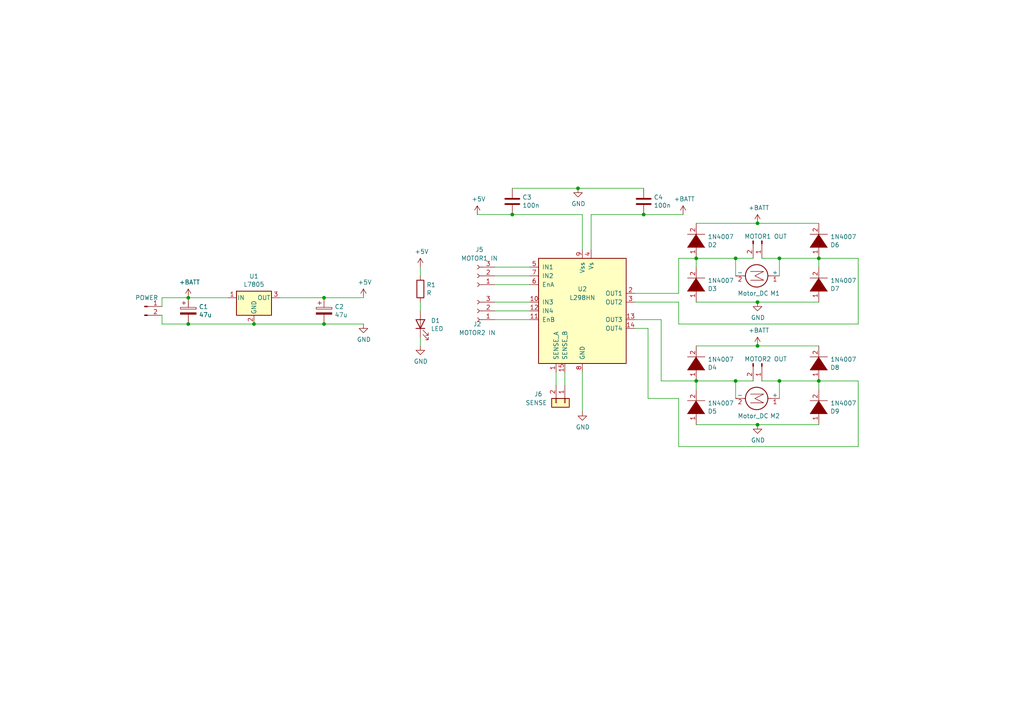
<source format=kicad_sch>
(kicad_sch (version 20230121) (generator eeschema)

  (uuid 1e646aaf-0d42-4356-9cba-44a6f12709ca)

  (paper "A4")

  (title_block
    (title "L298 Motor Driver Module")
    (date "2020-05-10")
    (rev "V1.0")
    (company "www.ArnabKumarDas.com")
    (comment 1 "Open Source Hardware")
  )

  (lib_symbols
    (symbol "Connector:Conn_01x02_Pin" (pin_names (offset 1.016) hide) (in_bom yes) (on_board yes)
      (property "Reference" "J" (at 0 2.54 0)
        (effects (font (size 1.27 1.27)))
      )
      (property "Value" "Conn_01x02_Pin" (at 0 -5.08 0)
        (effects (font (size 1.27 1.27)))
      )
      (property "Footprint" "" (at 0 0 0)
        (effects (font (size 1.27 1.27)) hide)
      )
      (property "Datasheet" "~" (at 0 0 0)
        (effects (font (size 1.27 1.27)) hide)
      )
      (property "ki_locked" "" (at 0 0 0)
        (effects (font (size 1.27 1.27)))
      )
      (property "ki_keywords" "connector" (at 0 0 0)
        (effects (font (size 1.27 1.27)) hide)
      )
      (property "ki_description" "Generic connector, single row, 01x02, script generated" (at 0 0 0)
        (effects (font (size 1.27 1.27)) hide)
      )
      (property "ki_fp_filters" "Connector*:*_1x??_*" (at 0 0 0)
        (effects (font (size 1.27 1.27)) hide)
      )
      (symbol "Conn_01x02_Pin_1_1"
        (polyline
          (pts
            (xy 1.27 -2.54)
            (xy 0.8636 -2.54)
          )
          (stroke (width 0.1524) (type default))
          (fill (type none))
        )
        (polyline
          (pts
            (xy 1.27 0)
            (xy 0.8636 0)
          )
          (stroke (width 0.1524) (type default))
          (fill (type none))
        )
        (rectangle (start 0.8636 -2.413) (end 0 -2.667)
          (stroke (width 0.1524) (type default))
          (fill (type outline))
        )
        (rectangle (start 0.8636 0.127) (end 0 -0.127)
          (stroke (width 0.1524) (type default))
          (fill (type outline))
        )
        (pin passive line (at 5.08 0 180) (length 3.81)
          (name "Pin_1" (effects (font (size 1.27 1.27))))
          (number "1" (effects (font (size 1.27 1.27))))
        )
        (pin passive line (at 5.08 -2.54 180) (length 3.81)
          (name "Pin_2" (effects (font (size 1.27 1.27))))
          (number "2" (effects (font (size 1.27 1.27))))
        )
      )
    )
    (symbol "Connector:Conn_01x03_Socket" (pin_names (offset 1.016) hide) (in_bom yes) (on_board yes)
      (property "Reference" "J" (at 0 5.08 0)
        (effects (font (size 1.27 1.27)))
      )
      (property "Value" "Conn_01x03_Socket" (at 0 -5.08 0)
        (effects (font (size 1.27 1.27)))
      )
      (property "Footprint" "" (at 0 0 0)
        (effects (font (size 1.27 1.27)) hide)
      )
      (property "Datasheet" "~" (at 0 0 0)
        (effects (font (size 1.27 1.27)) hide)
      )
      (property "ki_locked" "" (at 0 0 0)
        (effects (font (size 1.27 1.27)))
      )
      (property "ki_keywords" "connector" (at 0 0 0)
        (effects (font (size 1.27 1.27)) hide)
      )
      (property "ki_description" "Generic connector, single row, 01x03, script generated" (at 0 0 0)
        (effects (font (size 1.27 1.27)) hide)
      )
      (property "ki_fp_filters" "Connector*:*_1x??_*" (at 0 0 0)
        (effects (font (size 1.27 1.27)) hide)
      )
      (symbol "Conn_01x03_Socket_1_1"
        (arc (start 0 -2.032) (mid -0.5058 -2.54) (end 0 -3.048)
          (stroke (width 0.1524) (type default))
          (fill (type none))
        )
        (polyline
          (pts
            (xy -1.27 -2.54)
            (xy -0.508 -2.54)
          )
          (stroke (width 0.1524) (type default))
          (fill (type none))
        )
        (polyline
          (pts
            (xy -1.27 0)
            (xy -0.508 0)
          )
          (stroke (width 0.1524) (type default))
          (fill (type none))
        )
        (polyline
          (pts
            (xy -1.27 2.54)
            (xy -0.508 2.54)
          )
          (stroke (width 0.1524) (type default))
          (fill (type none))
        )
        (arc (start 0 0.508) (mid -0.5058 0) (end 0 -0.508)
          (stroke (width 0.1524) (type default))
          (fill (type none))
        )
        (arc (start 0 3.048) (mid -0.5058 2.54) (end 0 2.032)
          (stroke (width 0.1524) (type default))
          (fill (type none))
        )
        (pin passive line (at -5.08 2.54 0) (length 3.81)
          (name "Pin_1" (effects (font (size 1.27 1.27))))
          (number "1" (effects (font (size 1.27 1.27))))
        )
        (pin passive line (at -5.08 0 0) (length 3.81)
          (name "Pin_2" (effects (font (size 1.27 1.27))))
          (number "2" (effects (font (size 1.27 1.27))))
        )
        (pin passive line (at -5.08 -2.54 0) (length 3.81)
          (name "Pin_3" (effects (font (size 1.27 1.27))))
          (number "3" (effects (font (size 1.27 1.27))))
        )
      )
    )
    (symbol "Connector_Generic:Conn_01x02" (pin_names (offset 1.016) hide) (in_bom yes) (on_board yes)
      (property "Reference" "J" (at 0 2.54 0)
        (effects (font (size 1.27 1.27)))
      )
      (property "Value" "Conn_01x02" (at 0 -5.08 0)
        (effects (font (size 1.27 1.27)))
      )
      (property "Footprint" "" (at 0 0 0)
        (effects (font (size 1.27 1.27)) hide)
      )
      (property "Datasheet" "~" (at 0 0 0)
        (effects (font (size 1.27 1.27)) hide)
      )
      (property "ki_keywords" "connector" (at 0 0 0)
        (effects (font (size 1.27 1.27)) hide)
      )
      (property "ki_description" "Generic connector, single row, 01x02, script generated (kicad-library-utils/schlib/autogen/connector/)" (at 0 0 0)
        (effects (font (size 1.27 1.27)) hide)
      )
      (property "ki_fp_filters" "Connector*:*_1x??_*" (at 0 0 0)
        (effects (font (size 1.27 1.27)) hide)
      )
      (symbol "Conn_01x02_1_1"
        (rectangle (start -1.27 -2.413) (end 0 -2.667)
          (stroke (width 0.1524) (type default))
          (fill (type none))
        )
        (rectangle (start -1.27 0.127) (end 0 -0.127)
          (stroke (width 0.1524) (type default))
          (fill (type none))
        )
        (rectangle (start -1.27 1.27) (end 1.27 -3.81)
          (stroke (width 0.254) (type default))
          (fill (type background))
        )
        (pin passive line (at -5.08 0 0) (length 3.81)
          (name "Pin_1" (effects (font (size 1.27 1.27))))
          (number "1" (effects (font (size 1.27 1.27))))
        )
        (pin passive line (at -5.08 -2.54 0) (length 3.81)
          (name "Pin_2" (effects (font (size 1.27 1.27))))
          (number "2" (effects (font (size 1.27 1.27))))
        )
      )
    )
    (symbol "Device:C" (pin_numbers hide) (pin_names (offset 0.254)) (in_bom yes) (on_board yes)
      (property "Reference" "C" (at 0.635 2.54 0)
        (effects (font (size 1.27 1.27)) (justify left))
      )
      (property "Value" "C" (at 0.635 -2.54 0)
        (effects (font (size 1.27 1.27)) (justify left))
      )
      (property "Footprint" "" (at 0.9652 -3.81 0)
        (effects (font (size 1.27 1.27)) hide)
      )
      (property "Datasheet" "~" (at 0 0 0)
        (effects (font (size 1.27 1.27)) hide)
      )
      (property "ki_keywords" "cap capacitor" (at 0 0 0)
        (effects (font (size 1.27 1.27)) hide)
      )
      (property "ki_description" "Unpolarized capacitor" (at 0 0 0)
        (effects (font (size 1.27 1.27)) hide)
      )
      (property "ki_fp_filters" "C_*" (at 0 0 0)
        (effects (font (size 1.27 1.27)) hide)
      )
      (symbol "C_0_1"
        (polyline
          (pts
            (xy -2.032 -0.762)
            (xy 2.032 -0.762)
          )
          (stroke (width 0.508) (type default))
          (fill (type none))
        )
        (polyline
          (pts
            (xy -2.032 0.762)
            (xy 2.032 0.762)
          )
          (stroke (width 0.508) (type default))
          (fill (type none))
        )
      )
      (symbol "C_1_1"
        (pin passive line (at 0 3.81 270) (length 2.794)
          (name "~" (effects (font (size 1.27 1.27))))
          (number "1" (effects (font (size 1.27 1.27))))
        )
        (pin passive line (at 0 -3.81 90) (length 2.794)
          (name "~" (effects (font (size 1.27 1.27))))
          (number "2" (effects (font (size 1.27 1.27))))
        )
      )
    )
    (symbol "Device:CP" (pin_numbers hide) (pin_names (offset 0.254)) (in_bom yes) (on_board yes)
      (property "Reference" "C" (at 0.635 2.54 0)
        (effects (font (size 1.27 1.27)) (justify left))
      )
      (property "Value" "Device_CP" (at 0.635 -2.54 0)
        (effects (font (size 1.27 1.27)) (justify left))
      )
      (property "Footprint" "" (at 0.9652 -3.81 0)
        (effects (font (size 1.27 1.27)) hide)
      )
      (property "Datasheet" "" (at 0 0 0)
        (effects (font (size 1.27 1.27)) hide)
      )
      (property "ki_fp_filters" "CP_*" (at 0 0 0)
        (effects (font (size 1.27 1.27)) hide)
      )
      (symbol "CP_0_1"
        (rectangle (start -2.286 0.508) (end 2.286 1.016)
          (stroke (width 0) (type solid))
          (fill (type none))
        )
        (polyline
          (pts
            (xy -1.778 2.286)
            (xy -0.762 2.286)
          )
          (stroke (width 0) (type solid))
          (fill (type none))
        )
        (polyline
          (pts
            (xy -1.27 2.794)
            (xy -1.27 1.778)
          )
          (stroke (width 0) (type solid))
          (fill (type none))
        )
        (rectangle (start 2.286 -0.508) (end -2.286 -1.016)
          (stroke (width 0) (type solid))
          (fill (type outline))
        )
      )
      (symbol "CP_1_1"
        (pin passive line (at 0 3.81 270) (length 2.794)
          (name "~" (effects (font (size 1.27 1.27))))
          (number "1" (effects (font (size 1.27 1.27))))
        )
        (pin passive line (at 0 -3.81 90) (length 2.794)
          (name "~" (effects (font (size 1.27 1.27))))
          (number "2" (effects (font (size 1.27 1.27))))
        )
      )
    )
    (symbol "Device:LED" (pin_numbers hide) (pin_names (offset 1.016) hide) (in_bom yes) (on_board yes)
      (property "Reference" "D" (at 0 2.54 0)
        (effects (font (size 1.27 1.27)))
      )
      (property "Value" "LED" (at 0 -2.54 0)
        (effects (font (size 1.27 1.27)))
      )
      (property "Footprint" "" (at 0 0 0)
        (effects (font (size 1.27 1.27)) hide)
      )
      (property "Datasheet" "~" (at 0 0 0)
        (effects (font (size 1.27 1.27)) hide)
      )
      (property "ki_keywords" "LED diode" (at 0 0 0)
        (effects (font (size 1.27 1.27)) hide)
      )
      (property "ki_description" "Light emitting diode" (at 0 0 0)
        (effects (font (size 1.27 1.27)) hide)
      )
      (property "ki_fp_filters" "LED* LED_SMD:* LED_THT:*" (at 0 0 0)
        (effects (font (size 1.27 1.27)) hide)
      )
      (symbol "LED_0_1"
        (polyline
          (pts
            (xy -1.27 -1.27)
            (xy -1.27 1.27)
          )
          (stroke (width 0.254) (type default))
          (fill (type none))
        )
        (polyline
          (pts
            (xy -1.27 0)
            (xy 1.27 0)
          )
          (stroke (width 0) (type default))
          (fill (type none))
        )
        (polyline
          (pts
            (xy 1.27 -1.27)
            (xy 1.27 1.27)
            (xy -1.27 0)
            (xy 1.27 -1.27)
          )
          (stroke (width 0.254) (type default))
          (fill (type none))
        )
        (polyline
          (pts
            (xy -3.048 -0.762)
            (xy -4.572 -2.286)
            (xy -3.81 -2.286)
            (xy -4.572 -2.286)
            (xy -4.572 -1.524)
          )
          (stroke (width 0) (type default))
          (fill (type none))
        )
        (polyline
          (pts
            (xy -1.778 -0.762)
            (xy -3.302 -2.286)
            (xy -2.54 -2.286)
            (xy -3.302 -2.286)
            (xy -3.302 -1.524)
          )
          (stroke (width 0) (type default))
          (fill (type none))
        )
      )
      (symbol "LED_1_1"
        (pin passive line (at -3.81 0 0) (length 2.54)
          (name "K" (effects (font (size 1.27 1.27))))
          (number "1" (effects (font (size 1.27 1.27))))
        )
        (pin passive line (at 3.81 0 180) (length 2.54)
          (name "A" (effects (font (size 1.27 1.27))))
          (number "2" (effects (font (size 1.27 1.27))))
        )
      )
    )
    (symbol "Device:R" (pin_numbers hide) (pin_names (offset 0)) (in_bom yes) (on_board yes)
      (property "Reference" "R" (at 2.032 0 90)
        (effects (font (size 1.27 1.27)))
      )
      (property "Value" "R" (at 0 0 90)
        (effects (font (size 1.27 1.27)))
      )
      (property "Footprint" "" (at -1.778 0 90)
        (effects (font (size 1.27 1.27)) hide)
      )
      (property "Datasheet" "~" (at 0 0 0)
        (effects (font (size 1.27 1.27)) hide)
      )
      (property "ki_keywords" "R res resistor" (at 0 0 0)
        (effects (font (size 1.27 1.27)) hide)
      )
      (property "ki_description" "Resistor" (at 0 0 0)
        (effects (font (size 1.27 1.27)) hide)
      )
      (property "ki_fp_filters" "R_*" (at 0 0 0)
        (effects (font (size 1.27 1.27)) hide)
      )
      (symbol "R_0_1"
        (rectangle (start -1.016 -2.54) (end 1.016 2.54)
          (stroke (width 0.254) (type default))
          (fill (type none))
        )
      )
      (symbol "R_1_1"
        (pin passive line (at 0 3.81 270) (length 1.27)
          (name "~" (effects (font (size 1.27 1.27))))
          (number "1" (effects (font (size 1.27 1.27))))
        )
        (pin passive line (at 0 -3.81 90) (length 1.27)
          (name "~" (effects (font (size 1.27 1.27))))
          (number "2" (effects (font (size 1.27 1.27))))
        )
      )
    )
    (symbol "Driver_Motor:L298HN" (pin_names (offset 1.016)) (in_bom yes) (on_board yes)
      (property "Reference" "U" (at -10.16 16.51 0)
        (effects (font (size 1.27 1.27)) (justify right))
      )
      (property "Value" "L298HN" (at 12.7 16.51 0)
        (effects (font (size 1.27 1.27)) (justify right))
      )
      (property "Footprint" "Package_TO_SOT_THT:TO-220-15_P2.54x2.54mm_StaggerOdd_Lead5.84mm_TabDown" (at 1.27 -16.51 0)
        (effects (font (size 1.27 1.27)) (justify left) hide)
      )
      (property "Datasheet" "http://www.st.com/st-web-ui/static/active/en/resource/technical/document/datasheet/CD00000240.pdf" (at 3.81 6.35 0)
        (effects (font (size 1.27 1.27)) hide)
      )
      (property "ki_keywords" "H-bridge motor driver" (at 0 0 0)
        (effects (font (size 1.27 1.27)) hide)
      )
      (property "ki_description" "Dual full bridge motor driver, up to 46V, 4A, Multiwatt15-H" (at 0 0 0)
        (effects (font (size 1.27 1.27)) hide)
      )
      (property "ki_fp_filters" "TO?220*StaggerOdd*TabDown*" (at 0 0 0)
        (effects (font (size 1.27 1.27)) hide)
      )
      (symbol "L298HN_0_1"
        (rectangle (start -12.7 15.24) (end 12.7 -15.24)
          (stroke (width 0.254) (type default))
          (fill (type background))
        )
      )
      (symbol "L298HN_1_1"
        (pin power_in line (at -7.62 -17.78 90) (length 2.54)
          (name "SENSE_A" (effects (font (size 1.27 1.27))))
          (number "1" (effects (font (size 1.27 1.27))))
        )
        (pin input line (at -15.24 2.54 0) (length 2.54)
          (name "IN3" (effects (font (size 1.27 1.27))))
          (number "10" (effects (font (size 1.27 1.27))))
        )
        (pin input line (at -15.24 -2.54 0) (length 2.54)
          (name "EnB" (effects (font (size 1.27 1.27))))
          (number "11" (effects (font (size 1.27 1.27))))
        )
        (pin input line (at -15.24 0 0) (length 2.54)
          (name "IN4" (effects (font (size 1.27 1.27))))
          (number "12" (effects (font (size 1.27 1.27))))
        )
        (pin output line (at 15.24 -2.54 180) (length 2.54)
          (name "OUT3" (effects (font (size 1.27 1.27))))
          (number "13" (effects (font (size 1.27 1.27))))
        )
        (pin output line (at 15.24 -5.08 180) (length 2.54)
          (name "OUT4" (effects (font (size 1.27 1.27))))
          (number "14" (effects (font (size 1.27 1.27))))
        )
        (pin power_in line (at -5.08 -17.78 90) (length 2.54)
          (name "SENSE_B" (effects (font (size 1.27 1.27))))
          (number "15" (effects (font (size 1.27 1.27))))
        )
        (pin output line (at 15.24 5.08 180) (length 2.54)
          (name "OUT1" (effects (font (size 1.27 1.27))))
          (number "2" (effects (font (size 1.27 1.27))))
        )
        (pin output line (at 15.24 2.54 180) (length 2.54)
          (name "OUT2" (effects (font (size 1.27 1.27))))
          (number "3" (effects (font (size 1.27 1.27))))
        )
        (pin power_in line (at 2.54 17.78 270) (length 2.54)
          (name "Vs" (effects (font (size 1.27 1.27))))
          (number "4" (effects (font (size 1.27 1.27))))
        )
        (pin input line (at -15.24 12.7 0) (length 2.54)
          (name "IN1" (effects (font (size 1.27 1.27))))
          (number "5" (effects (font (size 1.27 1.27))))
        )
        (pin input line (at -15.24 7.62 0) (length 2.54)
          (name "EnA" (effects (font (size 1.27 1.27))))
          (number "6" (effects (font (size 1.27 1.27))))
        )
        (pin input line (at -15.24 10.16 0) (length 2.54)
          (name "IN2" (effects (font (size 1.27 1.27))))
          (number "7" (effects (font (size 1.27 1.27))))
        )
        (pin power_in line (at 0 -17.78 90) (length 2.54)
          (name "GND" (effects (font (size 1.27 1.27))))
          (number "8" (effects (font (size 1.27 1.27))))
        )
        (pin power_in line (at 0 17.78 270) (length 2.54)
          (name "Vss" (effects (font (size 1.27 1.27))))
          (number "9" (effects (font (size 1.27 1.27))))
        )
      )
    )
    (symbol "Motor:Motor_DC" (pin_names (offset 0)) (in_bom yes) (on_board yes)
      (property "Reference" "M" (at 2.54 2.54 0)
        (effects (font (size 1.27 1.27)) (justify left))
      )
      (property "Value" "Motor_DC" (at 2.54 -5.08 0)
        (effects (font (size 1.27 1.27)) (justify left top))
      )
      (property "Footprint" "" (at 0 -2.286 0)
        (effects (font (size 1.27 1.27)) hide)
      )
      (property "Datasheet" "~" (at 0 -2.286 0)
        (effects (font (size 1.27 1.27)) hide)
      )
      (property "ki_keywords" "DC Motor" (at 0 0 0)
        (effects (font (size 1.27 1.27)) hide)
      )
      (property "ki_description" "DC Motor" (at 0 0 0)
        (effects (font (size 1.27 1.27)) hide)
      )
      (property "ki_fp_filters" "PinHeader*P2.54mm* TerminalBlock*" (at 0 0 0)
        (effects (font (size 1.27 1.27)) hide)
      )
      (symbol "Motor_DC_0_0"
        (polyline
          (pts
            (xy -1.27 -3.302)
            (xy -1.27 0.508)
            (xy 0 -2.032)
            (xy 1.27 0.508)
            (xy 1.27 -3.302)
          )
          (stroke (width 0) (type default))
          (fill (type none))
        )
      )
      (symbol "Motor_DC_0_1"
        (circle (center 0 -1.524) (radius 3.2512)
          (stroke (width 0.254) (type default))
          (fill (type none))
        )
        (polyline
          (pts
            (xy 0 -7.62)
            (xy 0 -7.112)
          )
          (stroke (width 0) (type default))
          (fill (type none))
        )
        (polyline
          (pts
            (xy 0 -4.7752)
            (xy 0 -5.1816)
          )
          (stroke (width 0) (type default))
          (fill (type none))
        )
        (polyline
          (pts
            (xy 0 1.7272)
            (xy 0 2.0828)
          )
          (stroke (width 0) (type default))
          (fill (type none))
        )
        (polyline
          (pts
            (xy 0 2.032)
            (xy 0 2.54)
          )
          (stroke (width 0) (type default))
          (fill (type none))
        )
      )
      (symbol "Motor_DC_1_1"
        (pin passive line (at 0 5.08 270) (length 2.54)
          (name "+" (effects (font (size 1.27 1.27))))
          (number "1" (effects (font (size 1.27 1.27))))
        )
        (pin passive line (at 0 -7.62 90) (length 2.54)
          (name "-" (effects (font (size 1.27 1.27))))
          (number "2" (effects (font (size 1.27 1.27))))
        )
      )
    )
    (symbol "Regulator_Linear:L7805" (pin_names (offset 0.254)) (in_bom yes) (on_board yes)
      (property "Reference" "U" (at -3.81 3.175 0)
        (effects (font (size 1.27 1.27)))
      )
      (property "Value" "L7805" (at 0 3.175 0)
        (effects (font (size 1.27 1.27)) (justify left))
      )
      (property "Footprint" "" (at 0.635 -3.81 0)
        (effects (font (size 1.27 1.27) italic) (justify left) hide)
      )
      (property "Datasheet" "http://www.st.com/content/ccc/resource/technical/document/datasheet/41/4f/b3/b0/12/d4/47/88/CD00000444.pdf/files/CD00000444.pdf/jcr:content/translations/en.CD00000444.pdf" (at 0 -1.27 0)
        (effects (font (size 1.27 1.27)) hide)
      )
      (property "ki_keywords" "Voltage Regulator 1.5A Positive" (at 0 0 0)
        (effects (font (size 1.27 1.27)) hide)
      )
      (property "ki_description" "Positive 1.5A 35V Linear Regulator, Fixed Output 5V, TO-220/TO-263/TO-252" (at 0 0 0)
        (effects (font (size 1.27 1.27)) hide)
      )
      (property "ki_fp_filters" "TO?252* TO?263* TO?220*" (at 0 0 0)
        (effects (font (size 1.27 1.27)) hide)
      )
      (symbol "L7805_0_1"
        (rectangle (start -5.08 1.905) (end 5.08 -5.08)
          (stroke (width 0.254) (type default))
          (fill (type background))
        )
      )
      (symbol "L7805_1_1"
        (pin power_in line (at -7.62 0 0) (length 2.54)
          (name "IN" (effects (font (size 1.27 1.27))))
          (number "1" (effects (font (size 1.27 1.27))))
        )
        (pin power_in line (at 0 -7.62 90) (length 2.54)
          (name "GND" (effects (font (size 1.27 1.27))))
          (number "2" (effects (font (size 1.27 1.27))))
        )
        (pin power_out line (at 7.62 0 180) (length 2.54)
          (name "OUT" (effects (font (size 1.27 1.27))))
          (number "3" (effects (font (size 1.27 1.27))))
        )
      )
    )
    (symbol "power:+5V" (power) (pin_names (offset 0)) (in_bom yes) (on_board yes)
      (property "Reference" "#PWR" (at 0 -3.81 0)
        (effects (font (size 1.27 1.27)) hide)
      )
      (property "Value" "+5V" (at 0 3.556 0)
        (effects (font (size 1.27 1.27)))
      )
      (property "Footprint" "" (at 0 0 0)
        (effects (font (size 1.27 1.27)) hide)
      )
      (property "Datasheet" "" (at 0 0 0)
        (effects (font (size 1.27 1.27)) hide)
      )
      (property "ki_keywords" "global power" (at 0 0 0)
        (effects (font (size 1.27 1.27)) hide)
      )
      (property "ki_description" "Power symbol creates a global label with name \"+5V\"" (at 0 0 0)
        (effects (font (size 1.27 1.27)) hide)
      )
      (symbol "+5V_0_1"
        (polyline
          (pts
            (xy -0.762 1.27)
            (xy 0 2.54)
          )
          (stroke (width 0) (type default))
          (fill (type none))
        )
        (polyline
          (pts
            (xy 0 0)
            (xy 0 2.54)
          )
          (stroke (width 0) (type default))
          (fill (type none))
        )
        (polyline
          (pts
            (xy 0 2.54)
            (xy 0.762 1.27)
          )
          (stroke (width 0) (type default))
          (fill (type none))
        )
      )
      (symbol "+5V_1_1"
        (pin power_in line (at 0 0 90) (length 0) hide
          (name "+5V" (effects (font (size 1.27 1.27))))
          (number "1" (effects (font (size 1.27 1.27))))
        )
      )
    )
    (symbol "power:+BATT" (power) (pin_names (offset 0)) (in_bom yes) (on_board yes)
      (property "Reference" "#PWR" (at 0 -3.81 0)
        (effects (font (size 1.27 1.27)) hide)
      )
      (property "Value" "+BATT" (at 0 3.556 0)
        (effects (font (size 1.27 1.27)))
      )
      (property "Footprint" "" (at 0 0 0)
        (effects (font (size 1.27 1.27)) hide)
      )
      (property "Datasheet" "" (at 0 0 0)
        (effects (font (size 1.27 1.27)) hide)
      )
      (property "ki_keywords" "global power battery" (at 0 0 0)
        (effects (font (size 1.27 1.27)) hide)
      )
      (property "ki_description" "Power symbol creates a global label with name \"+BATT\"" (at 0 0 0)
        (effects (font (size 1.27 1.27)) hide)
      )
      (symbol "+BATT_0_1"
        (polyline
          (pts
            (xy -0.762 1.27)
            (xy 0 2.54)
          )
          (stroke (width 0) (type default))
          (fill (type none))
        )
        (polyline
          (pts
            (xy 0 0)
            (xy 0 2.54)
          )
          (stroke (width 0) (type default))
          (fill (type none))
        )
        (polyline
          (pts
            (xy 0 2.54)
            (xy 0.762 1.27)
          )
          (stroke (width 0) (type default))
          (fill (type none))
        )
      )
      (symbol "+BATT_1_1"
        (pin power_in line (at 0 0 90) (length 0) hide
          (name "+BATT" (effects (font (size 1.27 1.27))))
          (number "1" (effects (font (size 1.27 1.27))))
        )
      )
    )
    (symbol "power:GND" (power) (pin_names (offset 0)) (in_bom yes) (on_board yes)
      (property "Reference" "#PWR" (at 0 -6.35 0)
        (effects (font (size 1.27 1.27)) hide)
      )
      (property "Value" "GND" (at 0 -3.81 0)
        (effects (font (size 1.27 1.27)))
      )
      (property "Footprint" "" (at 0 0 0)
        (effects (font (size 1.27 1.27)) hide)
      )
      (property "Datasheet" "" (at 0 0 0)
        (effects (font (size 1.27 1.27)) hide)
      )
      (property "ki_keywords" "global power" (at 0 0 0)
        (effects (font (size 1.27 1.27)) hide)
      )
      (property "ki_description" "Power symbol creates a global label with name \"GND\" , ground" (at 0 0 0)
        (effects (font (size 1.27 1.27)) hide)
      )
      (symbol "GND_0_1"
        (polyline
          (pts
            (xy 0 0)
            (xy 0 -1.27)
            (xy 1.27 -1.27)
            (xy 0 -2.54)
            (xy -1.27 -1.27)
            (xy 0 -1.27)
          )
          (stroke (width 0) (type default))
          (fill (type none))
        )
      )
      (symbol "GND_1_1"
        (pin power_in line (at 0 0 270) (length 0) hide
          (name "GND" (effects (font (size 1.27 1.27))))
          (number "1" (effects (font (size 1.27 1.27))))
        )
      )
    )
    (symbol "pspice:DIODE" (pin_names (offset 1.016) hide) (in_bom yes) (on_board yes)
      (property "Reference" "D" (at 0 3.81 0)
        (effects (font (size 1.27 1.27)))
      )
      (property "Value" "pspice_DIODE" (at 0 -4.445 0)
        (effects (font (size 1.27 1.27)))
      )
      (property "Footprint" "" (at 0 0 0)
        (effects (font (size 1.27 1.27)) hide)
      )
      (property "Datasheet" "" (at 0 0 0)
        (effects (font (size 1.27 1.27)) hide)
      )
      (symbol "DIODE_0_1"
        (polyline
          (pts
            (xy 1.905 2.54)
            (xy 1.905 -2.54)
          )
          (stroke (width 0) (type solid))
          (fill (type none))
        )
        (polyline
          (pts
            (xy -1.905 2.54)
            (xy -1.905 -2.54)
            (xy 1.905 0)
          )
          (stroke (width 0) (type solid))
          (fill (type outline))
        )
      )
      (symbol "DIODE_1_1"
        (pin input line (at -5.08 0 0) (length 3.81)
          (name "K" (effects (font (size 1.27 1.27))))
          (number "1" (effects (font (size 1.27 1.27))))
        )
        (pin input line (at 5.08 0 180) (length 3.81)
          (name "A" (effects (font (size 1.27 1.27))))
          (number "2" (effects (font (size 1.27 1.27))))
        )
      )
    )
  )

  (junction (at 201.93 110.49) (diameter 0) (color 0 0 0 0)
    (uuid 00c281a3-76ad-454d-aa24-c290ad722aaa)
  )
  (junction (at 237.49 110.49) (diameter 0) (color 0 0 0 0)
    (uuid 1502141b-2d44-4deb-9b3d-883ccf839f73)
  )
  (junction (at 93.98 86.36) (diameter 0) (color 0 0 0 0)
    (uuid 226fa455-af54-4fba-b4c0-4b0d6b94a982)
  )
  (junction (at 237.49 74.93) (diameter 0) (color 0 0 0 0)
    (uuid 26f8a6f2-850a-4ed7-8f46-1ae0400683d3)
  )
  (junction (at 226.06 110.49) (diameter 0) (color 0 0 0 0)
    (uuid 2f32e36a-f2b3-4a6c-a820-882fbf67c0fd)
  )
  (junction (at 213.36 74.93) (diameter 0) (color 0 0 0 0)
    (uuid 3d9c700b-8f2c-443b-a6e9-0d4effdaf8a7)
  )
  (junction (at 167.64 54.61) (diameter 0) (color 0 0 0 0)
    (uuid 41484f73-8b70-4944-af54-1ea4fb32aae2)
  )
  (junction (at 226.06 74.93) (diameter 0) (color 0 0 0 0)
    (uuid 5b3ac5f9-8d67-4094-8214-8617625d3b33)
  )
  (junction (at 54.61 86.36) (diameter 0) (color 0 0 0 0)
    (uuid 60c27911-1673-4d1e-87e0-ead3e19f55a1)
  )
  (junction (at 148.59 62.23) (diameter 0) (color 0 0 0 0)
    (uuid 642c1f70-e382-4379-ae47-aff3a472fcd6)
  )
  (junction (at 219.71 123.19) (diameter 0) (color 0 0 0 0)
    (uuid 936d7185-8150-48bb-96b7-2b78241bd518)
  )
  (junction (at 201.93 74.93) (diameter 0) (color 0 0 0 0)
    (uuid 93afa9d9-f5f8-45ec-8851-3fc370dcfb79)
  )
  (junction (at 186.69 62.23) (diameter 0) (color 0 0 0 0)
    (uuid a30d2592-16ac-482f-a7eb-8071fe2cf054)
  )
  (junction (at 219.71 87.63) (diameter 0) (color 0 0 0 0)
    (uuid c7d1f622-aa96-4530-8585-75eb9b94e1d5)
  )
  (junction (at 213.36 110.49) (diameter 0) (color 0 0 0 0)
    (uuid cad4e9bc-5438-465b-a545-4ff1a07ae171)
  )
  (junction (at 93.98 93.98) (diameter 0) (color 0 0 0 0)
    (uuid cb542a33-7b47-4c97-9d42-16651d56d18e)
  )
  (junction (at 54.61 93.98) (diameter 0) (color 0 0 0 0)
    (uuid cd0f320b-2db7-4802-98ee-daba158c8d23)
  )
  (junction (at 219.71 64.77) (diameter 0) (color 0 0 0 0)
    (uuid cd1ec915-12b8-4ee0-bd47-bdf48649217b)
  )
  (junction (at 73.66 93.98) (diameter 0) (color 0 0 0 0)
    (uuid e44b3020-cd45-465e-990e-af64826d787c)
  )
  (junction (at 219.71 100.33) (diameter 0) (color 0 0 0 0)
    (uuid e9eab621-f534-4b8e-bf51-a4a1723493cc)
  )

  (wire (pts (xy 46.99 93.98) (xy 54.61 93.98))
    (stroke (width 0) (type default))
    (uuid 007089f8-a3f9-491d-8aa1-afcbbe300cfe)
  )
  (wire (pts (xy 54.61 86.36) (xy 66.04 86.36))
    (stroke (width 0) (type default))
    (uuid 03ef8dbf-22b3-4962-b561-561790248428)
  )
  (wire (pts (xy 196.85 129.54) (xy 248.92 129.54))
    (stroke (width 0) (type default))
    (uuid 0417853f-602f-4093-a689-2bbb778f4c21)
  )
  (wire (pts (xy 186.69 62.23) (xy 198.12 62.23))
    (stroke (width 0) (type default))
    (uuid 05016ead-171c-4e91-8982-af6d4e71d631)
  )
  (wire (pts (xy 237.49 113.03) (xy 237.49 110.49))
    (stroke (width 0) (type default))
    (uuid 0e693e8e-e53b-4bf2-bf49-800782bfcb6e)
  )
  (wire (pts (xy 73.66 93.98) (xy 93.98 93.98))
    (stroke (width 0) (type default))
    (uuid 1492813d-b8bd-4d77-b6f2-cc50b4a3803c)
  )
  (wire (pts (xy 220.98 74.93) (xy 226.06 74.93))
    (stroke (width 0) (type default))
    (uuid 1d75aee2-f99c-436d-b337-22ae2055c01b)
  )
  (wire (pts (xy 219.71 100.33) (xy 237.49 100.33))
    (stroke (width 0) (type default))
    (uuid 2893af7d-4901-4ed4-a64e-20da7513c0a3)
  )
  (wire (pts (xy 201.93 113.03) (xy 201.93 110.49))
    (stroke (width 0) (type default))
    (uuid 2961113e-02d2-4c49-a41a-e62cc3b60574)
  )
  (wire (pts (xy 226.06 110.49) (xy 237.49 110.49))
    (stroke (width 0) (type default))
    (uuid 2f2b5df3-445b-449b-be63-86412e53047c)
  )
  (wire (pts (xy 220.98 110.49) (xy 226.06 110.49))
    (stroke (width 0) (type default))
    (uuid 34d8f180-aadb-4a65-a73d-f0dce928889d)
  )
  (wire (pts (xy 213.36 74.93) (xy 218.44 74.93))
    (stroke (width 0) (type default))
    (uuid 365502aa-d1d1-4f9e-b002-10ab2f465097)
  )
  (wire (pts (xy 219.71 64.77) (xy 237.49 64.77))
    (stroke (width 0) (type default))
    (uuid 36d9c30e-a911-4b7c-a967-386dbb85fe82)
  )
  (wire (pts (xy 186.69 54.61) (xy 167.64 54.61))
    (stroke (width 0) (type default))
    (uuid 3702af41-2f9c-4591-8fc2-daab432314a4)
  )
  (wire (pts (xy 226.06 80.01) (xy 226.06 74.93))
    (stroke (width 0) (type default))
    (uuid 44e0b101-d953-4fea-9b0a-a5430ae727e0)
  )
  (wire (pts (xy 93.98 86.36) (xy 105.41 86.36))
    (stroke (width 0) (type default))
    (uuid 48273970-b4c9-4ece-a430-ca7773c5cb45)
  )
  (wire (pts (xy 171.45 72.39) (xy 171.45 62.23))
    (stroke (width 0) (type default))
    (uuid 4fdb8c22-bc3c-4b30-9e16-93c49002efd3)
  )
  (wire (pts (xy 201.93 123.19) (xy 219.71 123.19))
    (stroke (width 0) (type default))
    (uuid 500e8ee4-2d72-424c-ae7b-0a9eb2d89660)
  )
  (wire (pts (xy 237.49 77.47) (xy 237.49 74.93))
    (stroke (width 0) (type default))
    (uuid 51ed24ec-b807-496d-be08-6443aa7b18db)
  )
  (wire (pts (xy 168.91 107.95) (xy 168.91 119.38))
    (stroke (width 0) (type default))
    (uuid 53c1bc58-1487-4f80-a60a-1439b68c4644)
  )
  (wire (pts (xy 201.93 110.49) (xy 213.36 110.49))
    (stroke (width 0) (type default))
    (uuid 54a03252-65c8-404a-96cf-212750257929)
  )
  (wire (pts (xy 219.71 87.63) (xy 237.49 87.63))
    (stroke (width 0) (type default))
    (uuid 59552b67-f8e1-4e7f-b922-fb4394485248)
  )
  (wire (pts (xy 248.92 74.93) (xy 248.92 93.98))
    (stroke (width 0) (type default))
    (uuid 59ab17f0-ac5a-4704-a459-e2ba5a90f361)
  )
  (wire (pts (xy 201.93 74.93) (xy 213.36 74.93))
    (stroke (width 0) (type default))
    (uuid 5cca900b-8538-4234-87fa-c14e6b202caf)
  )
  (wire (pts (xy 93.98 93.98) (xy 105.41 93.98))
    (stroke (width 0) (type default))
    (uuid 5fe3aa2c-a832-4a3e-b4d6-92195fa9bba1)
  )
  (wire (pts (xy 201.93 64.77) (xy 219.71 64.77))
    (stroke (width 0) (type default))
    (uuid 5ff95355-d0ad-49d3-8921-ffb82987d615)
  )
  (wire (pts (xy 226.06 74.93) (xy 237.49 74.93))
    (stroke (width 0) (type default))
    (uuid 609e2152-5529-490b-bb26-34694131b1a2)
  )
  (wire (pts (xy 153.67 80.01) (xy 143.51 80.01))
    (stroke (width 0) (type default))
    (uuid 643e1cca-0834-4bb7-a946-06ccf1889ee1)
  )
  (wire (pts (xy 191.77 110.49) (xy 201.93 110.49))
    (stroke (width 0) (type default))
    (uuid 6a4a8445-0651-4215-9c3d-7906f5c1bd97)
  )
  (wire (pts (xy 143.51 90.17) (xy 153.67 90.17))
    (stroke (width 0) (type default))
    (uuid 6c5cd74b-6b7c-41d0-8a8a-f7f172864805)
  )
  (wire (pts (xy 167.64 54.61) (xy 148.59 54.61))
    (stroke (width 0) (type default))
    (uuid 6d0faea5-d578-4b75-98ce-00106f94abc9)
  )
  (wire (pts (xy 153.67 87.63) (xy 143.51 87.63))
    (stroke (width 0) (type default))
    (uuid 7302e770-9060-47ee-ae40-93592eb8383a)
  )
  (wire (pts (xy 213.36 115.57) (xy 213.36 110.49))
    (stroke (width 0) (type default))
    (uuid 73861979-fbce-4c11-9fdd-a5b44c3b74d7)
  )
  (wire (pts (xy 143.51 82.55) (xy 153.67 82.55))
    (stroke (width 0) (type default))
    (uuid 745965d9-0158-4087-8fda-eb8cb408897f)
  )
  (wire (pts (xy 187.96 95.25) (xy 187.96 115.57))
    (stroke (width 0) (type default))
    (uuid 78938c98-944b-4327-9030-9fcb372da448)
  )
  (wire (pts (xy 46.99 86.36) (xy 54.61 86.36))
    (stroke (width 0) (type default))
    (uuid 78d4cb8e-4588-4554-97f0-d3fd286c8662)
  )
  (wire (pts (xy 46.99 86.36) (xy 46.99 88.9))
    (stroke (width 0) (type default))
    (uuid 7c5c5840-0f8e-4509-a9b5-570b81793f34)
  )
  (wire (pts (xy 187.96 115.57) (xy 196.85 115.57))
    (stroke (width 0) (type default))
    (uuid 7cbee6c7-0184-487d-a972-09274f1620c8)
  )
  (wire (pts (xy 46.99 91.44) (xy 46.99 93.98))
    (stroke (width 0) (type default))
    (uuid 851beccf-8ec5-4c97-8214-7f8e31a00e7b)
  )
  (wire (pts (xy 148.59 62.23) (xy 168.91 62.23))
    (stroke (width 0) (type default))
    (uuid 85903fbd-532c-4a42-bd7a-db5c327af16d)
  )
  (wire (pts (xy 219.71 123.19) (xy 237.49 123.19))
    (stroke (width 0) (type default))
    (uuid 86a3bb80-f661-4196-ad8b-eded2759f740)
  )
  (wire (pts (xy 121.92 97.79) (xy 121.92 100.33))
    (stroke (width 0) (type default))
    (uuid 8842769b-2883-43e4-b6e5-bc60e4b75d76)
  )
  (wire (pts (xy 201.93 87.63) (xy 219.71 87.63))
    (stroke (width 0) (type default))
    (uuid 90023077-7cb4-4f88-893a-8ffa201c5411)
  )
  (wire (pts (xy 201.93 77.47) (xy 201.93 74.93))
    (stroke (width 0) (type default))
    (uuid 907e3969-0219-42a1-98e7-2b313c7ad943)
  )
  (wire (pts (xy 213.36 80.01) (xy 213.36 74.93))
    (stroke (width 0) (type default))
    (uuid 92591a8c-00d9-4d63-85e9-ed662364ab7f)
  )
  (wire (pts (xy 196.85 74.93) (xy 201.93 74.93))
    (stroke (width 0) (type default))
    (uuid 9b634ff6-089b-401c-a2f3-29dabe577fd8)
  )
  (wire (pts (xy 191.77 92.71) (xy 191.77 110.49))
    (stroke (width 0) (type default))
    (uuid a15629b5-8891-476d-9ebe-2eac3e084a48)
  )
  (wire (pts (xy 143.51 77.47) (xy 153.67 77.47))
    (stroke (width 0) (type default))
    (uuid a519a215-5d37-4de3-92f5-ed90c7aa7e59)
  )
  (wire (pts (xy 213.36 110.49) (xy 218.44 110.49))
    (stroke (width 0) (type default))
    (uuid a6dabd85-7f6b-4979-aeb4-20daf32b0893)
  )
  (wire (pts (xy 226.06 115.57) (xy 226.06 110.49))
    (stroke (width 0) (type default))
    (uuid a98476d1-4890-4f41-a495-3e9f4ff85905)
  )
  (wire (pts (xy 161.29 111.76) (xy 161.29 107.95))
    (stroke (width 0) (type default))
    (uuid ab430cfa-aaa8-495e-825c-623a9fa94b75)
  )
  (wire (pts (xy 184.15 92.71) (xy 191.77 92.71))
    (stroke (width 0) (type default))
    (uuid ab7b6dc3-72e0-4c10-aa4a-096cf9fc7b65)
  )
  (wire (pts (xy 184.15 87.63) (xy 196.85 87.63))
    (stroke (width 0) (type default))
    (uuid aceefc67-47e4-47eb-8e24-a5160f74f3d5)
  )
  (wire (pts (xy 196.85 87.63) (xy 196.85 93.98))
    (stroke (width 0) (type default))
    (uuid b0200687-f87e-4109-af08-c8c7d793b898)
  )
  (wire (pts (xy 81.28 86.36) (xy 93.98 86.36))
    (stroke (width 0) (type default))
    (uuid bd3e8be2-65c7-44d1-aa6c-d3e835034d01)
  )
  (wire (pts (xy 248.92 110.49) (xy 248.92 129.54))
    (stroke (width 0) (type default))
    (uuid c059e9e4-1071-4e18-af59-b0da3ca2d402)
  )
  (wire (pts (xy 196.85 85.09) (xy 196.85 74.93))
    (stroke (width 0) (type default))
    (uuid cbb05388-9715-4c62-a93d-9a4f2e7d15f4)
  )
  (wire (pts (xy 184.15 85.09) (xy 196.85 85.09))
    (stroke (width 0) (type default))
    (uuid cf86ce15-1d56-45a8-9864-1086a9196556)
  )
  (wire (pts (xy 196.85 93.98) (xy 248.92 93.98))
    (stroke (width 0) (type default))
    (uuid d227598a-6422-4975-b68b-0efef0c5173c)
  )
  (wire (pts (xy 168.91 72.39) (xy 168.91 62.23))
    (stroke (width 0) (type default))
    (uuid d298b007-e668-4fb0-9e03-90ef39014abb)
  )
  (wire (pts (xy 54.61 93.98) (xy 73.66 93.98))
    (stroke (width 0) (type default))
    (uuid d4000c79-587d-4507-bf47-d24ffe1482fd)
  )
  (wire (pts (xy 196.85 115.57) (xy 196.85 129.54))
    (stroke (width 0) (type default))
    (uuid d89c1a8d-ee9f-4ab7-84f0-fa0774290ca2)
  )
  (wire (pts (xy 248.92 110.49) (xy 237.49 110.49))
    (stroke (width 0) (type default))
    (uuid da73f807-4138-4d84-a137-6b683749fab1)
  )
  (wire (pts (xy 171.45 62.23) (xy 186.69 62.23))
    (stroke (width 0) (type default))
    (uuid e0d1b679-56fd-44ee-a9bb-569db958a435)
  )
  (wire (pts (xy 248.92 74.93) (xy 237.49 74.93))
    (stroke (width 0) (type default))
    (uuid e0e03e52-327b-4d12-ac03-0a2f66d66e09)
  )
  (wire (pts (xy 138.43 62.23) (xy 148.59 62.23))
    (stroke (width 0) (type default))
    (uuid e83bce67-d0df-4274-8353-8218149db710)
  )
  (wire (pts (xy 201.93 100.33) (xy 219.71 100.33))
    (stroke (width 0) (type default))
    (uuid e84b124d-4df1-4567-b1ee-ed22dfc53f9a)
  )
  (wire (pts (xy 153.67 92.71) (xy 143.51 92.71))
    (stroke (width 0) (type default))
    (uuid e8b51f60-792b-478d-aa76-31ca8c436ae5)
  )
  (wire (pts (xy 184.15 95.25) (xy 187.96 95.25))
    (stroke (width 0) (type default))
    (uuid eedae1e6-b28d-49c3-a698-69d275b45dc5)
  )
  (wire (pts (xy 163.83 111.76) (xy 163.83 107.95))
    (stroke (width 0) (type default))
    (uuid f8f1ad1b-cebb-48db-95dc-0a9a18437e4b)
  )
  (wire (pts (xy 121.92 77.47) (xy 121.92 80.01))
    (stroke (width 0) (type default))
    (uuid fb1084c4-baad-4409-aa64-f5eec85322ad)
  )
  (wire (pts (xy 121.92 87.63) (xy 121.92 90.17))
    (stroke (width 0) (type default))
    (uuid ff8817cc-9155-42b5-be9b-0d855edf1d8c)
  )

  (symbol (lib_id "pspice:DIODE") (at 201.93 82.55 270) (mirror x) (unit 1)
    (in_bom yes) (on_board yes) (dnp no)
    (uuid 00000000-0000-0000-0000-00005eb7c085)
    (property "Reference" "D3" (at 205.2574 83.7438 90)
      (effects (font (size 1.27 1.27)) (justify left))
    )
    (property "Value" "1N4007" (at 205.2574 81.3816 90)
      (effects (font (size 1.27 1.27)) (justify left))
    )
    (property "Footprint" "Diode_THT:D_A-405_P7.62mm_Horizontal" (at 201.93 82.55 0)
      (effects (font (size 1.27 1.27)) hide)
    )
    (property "Datasheet" "~" (at 201.93 82.55 0)
      (effects (font (size 1.27 1.27)) hide)
    )
    (pin "1" (uuid 71d033a2-d7b8-4d34-8e10-30e0b7a1a8e2))
    (pin "2" (uuid 83c7ee7e-2043-4a5e-ba7c-a510d303080f))
    (instances
      (project "L298 Module"
        (path "/1e646aaf-0d42-4356-9cba-44a6f12709ca"
          (reference "D3") (unit 1)
        )
      )
    )
  )

  (symbol (lib_id "pspice:DIODE") (at 201.93 69.85 270) (mirror x) (unit 1)
    (in_bom yes) (on_board yes) (dnp no)
    (uuid 00000000-0000-0000-0000-00005eb7c0e9)
    (property "Reference" "D2" (at 205.2574 71.0438 90)
      (effects (font (size 1.27 1.27)) (justify left))
    )
    (property "Value" "1N4007" (at 205.2574 68.6816 90)
      (effects (font (size 1.27 1.27)) (justify left))
    )
    (property "Footprint" "Diode_THT:D_A-405_P7.62mm_Horizontal" (at 201.93 69.85 0)
      (effects (font (size 1.27 1.27)) hide)
    )
    (property "Datasheet" "~" (at 201.93 69.85 0)
      (effects (font (size 1.27 1.27)) hide)
    )
    (pin "1" (uuid 30e9f3c5-57f3-4472-908c-e7dd13ead207))
    (pin "2" (uuid c5b780bb-21a1-4f8e-a42c-f18c7ae7a102))
    (instances
      (project "L298 Module"
        (path "/1e646aaf-0d42-4356-9cba-44a6f12709ca"
          (reference "D2") (unit 1)
        )
      )
    )
  )

  (symbol (lib_id "pspice:DIODE") (at 237.49 82.55 270) (mirror x) (unit 1)
    (in_bom yes) (on_board yes) (dnp no)
    (uuid 00000000-0000-0000-0000-00005eb7c344)
    (property "Reference" "D7" (at 240.8174 83.7438 90)
      (effects (font (size 1.27 1.27)) (justify left))
    )
    (property "Value" "1N4007" (at 240.8174 81.3816 90)
      (effects (font (size 1.27 1.27)) (justify left))
    )
    (property "Footprint" "Diode_THT:D_A-405_P7.62mm_Horizontal" (at 237.49 82.55 0)
      (effects (font (size 1.27 1.27)) hide)
    )
    (property "Datasheet" "~" (at 237.49 82.55 0)
      (effects (font (size 1.27 1.27)) hide)
    )
    (pin "1" (uuid 0aba8526-d92f-4aad-b1a4-cee158d08608))
    (pin "2" (uuid 1328b79a-62c2-41ae-beeb-3b3e5b46ca2d))
    (instances
      (project "L298 Module"
        (path "/1e646aaf-0d42-4356-9cba-44a6f12709ca"
          (reference "D7") (unit 1)
        )
      )
    )
  )

  (symbol (lib_id "pspice:DIODE") (at 237.49 69.85 270) (mirror x) (unit 1)
    (in_bom yes) (on_board yes) (dnp no)
    (uuid 00000000-0000-0000-0000-00005eb7c34a)
    (property "Reference" "D6" (at 240.8174 71.0438 90)
      (effects (font (size 1.27 1.27)) (justify left))
    )
    (property "Value" "1N4007" (at 240.8174 68.6816 90)
      (effects (font (size 1.27 1.27)) (justify left))
    )
    (property "Footprint" "Diode_THT:D_A-405_P7.62mm_Horizontal" (at 237.49 69.85 0)
      (effects (font (size 1.27 1.27)) hide)
    )
    (property "Datasheet" "~" (at 237.49 69.85 0)
      (effects (font (size 1.27 1.27)) hide)
    )
    (pin "1" (uuid 7a749aa9-75cf-4f4d-a0f7-f52865d91816))
    (pin "2" (uuid 31d8f1f4-5e44-48b0-b2ab-11db33b9b883))
    (instances
      (project "L298 Module"
        (path "/1e646aaf-0d42-4356-9cba-44a6f12709ca"
          (reference "D6") (unit 1)
        )
      )
    )
  )

  (symbol (lib_id "Device:C") (at 148.59 58.42 0) (unit 1)
    (in_bom yes) (on_board yes) (dnp no)
    (uuid 00000000-0000-0000-0000-00005eb7c450)
    (property "Reference" "C3" (at 151.511 57.2262 0)
      (effects (font (size 1.27 1.27)) (justify left))
    )
    (property "Value" "100n" (at 151.511 59.5884 0)
      (effects (font (size 1.27 1.27)) (justify left))
    )
    (property "Footprint" "Capacitor_THT:C_Disc_D3.0mm_W2.0mm_P2.50mm" (at 149.5552 62.23 0)
      (effects (font (size 1.27 1.27)) hide)
    )
    (property "Datasheet" "~" (at 148.59 58.42 0)
      (effects (font (size 1.27 1.27)) hide)
    )
    (pin "1" (uuid 41488011-6154-405b-bf51-5a3a3203f0c7))
    (pin "2" (uuid 8a6a8c93-6d9e-4672-ab6e-3d8264ffe12b))
    (instances
      (project "L298 Module"
        (path "/1e646aaf-0d42-4356-9cba-44a6f12709ca"
          (reference "C3") (unit 1)
        )
      )
    )
  )

  (symbol (lib_id "Regulator_Linear:L7805") (at 73.66 86.36 0) (unit 1)
    (in_bom yes) (on_board yes) (dnp no)
    (uuid 00000000-0000-0000-0000-00005eb7c898)
    (property "Reference" "U1" (at 73.66 80.137 0)
      (effects (font (size 1.27 1.27)))
    )
    (property "Value" "L7805" (at 73.66 82.4992 0)
      (effects (font (size 1.27 1.27)))
    )
    (property "Footprint" "Package_TO_SOT_THT:TO-220-3_Horizontal_TabDown" (at 74.295 90.17 0)
      (effects (font (size 1.27 1.27) italic) (justify left) hide)
    )
    (property "Datasheet" "http://www.st.com/content/ccc/resource/technical/document/datasheet/41/4f/b3/b0/12/d4/47/88/CD00000444.pdf/files/CD00000444.pdf/jcr:content/translations/en.CD00000444.pdf" (at 73.66 87.63 0)
      (effects (font (size 1.27 1.27)) hide)
    )
    (pin "1" (uuid c23b62ab-fe0a-4b97-8bc3-95dd45f15bd5))
    (pin "2" (uuid 8882b72a-4629-4503-a52e-324135182e79))
    (pin "3" (uuid d344922d-aaba-4b49-905c-1490c4d966bb))
    (instances
      (project "L298 Module"
        (path "/1e646aaf-0d42-4356-9cba-44a6f12709ca"
          (reference "U1") (unit 1)
        )
      )
    )
  )

  (symbol (lib_id "Device:CP") (at 93.98 90.17 0) (unit 1)
    (in_bom yes) (on_board yes) (dnp no)
    (uuid 00000000-0000-0000-0000-00005eb7c973)
    (property "Reference" "C2" (at 97.0534 88.9762 0)
      (effects (font (size 1.27 1.27)) (justify left))
    )
    (property "Value" "47u" (at 97.0534 91.3384 0)
      (effects (font (size 1.27 1.27)) (justify left))
    )
    (property "Footprint" "Capacitor_THT:CP_Radial_D5.0mm_P2.50mm" (at 94.9452 93.98 0)
      (effects (font (size 1.27 1.27)) hide)
    )
    (property "Datasheet" "~" (at 93.98 90.17 0)
      (effects (font (size 1.27 1.27)) hide)
    )
    (pin "1" (uuid aa5ab60d-efd2-4b4d-a2cc-58960f26e008))
    (pin "2" (uuid 71b5be43-ae08-41a6-ad1e-e61f893b6cea))
    (instances
      (project "L298 Module"
        (path "/1e646aaf-0d42-4356-9cba-44a6f12709ca"
          (reference "C2") (unit 1)
        )
      )
    )
  )

  (symbol (lib_id "Device:CP") (at 54.61 90.17 0) (unit 1)
    (in_bom yes) (on_board yes) (dnp no)
    (uuid 00000000-0000-0000-0000-00005eb7c9d7)
    (property "Reference" "C1" (at 57.6834 88.9762 0)
      (effects (font (size 1.27 1.27)) (justify left))
    )
    (property "Value" "47u" (at 57.6834 91.3384 0)
      (effects (font (size 1.27 1.27)) (justify left))
    )
    (property "Footprint" "Capacitor_THT:CP_Radial_D5.0mm_P2.50mm" (at 55.5752 93.98 0)
      (effects (font (size 1.27 1.27)) hide)
    )
    (property "Datasheet" "~" (at 54.61 90.17 0)
      (effects (font (size 1.27 1.27)) hide)
    )
    (pin "1" (uuid 4675a04b-a939-4223-95b2-b3f8e85cbc45))
    (pin "2" (uuid c79b12d8-0e58-4e28-9390-41fc89399fca))
    (instances
      (project "L298 Module"
        (path "/1e646aaf-0d42-4356-9cba-44a6f12709ca"
          (reference "C1") (unit 1)
        )
      )
    )
  )

  (symbol (lib_id "Device:C") (at 186.69 58.42 0) (unit 1)
    (in_bom yes) (on_board yes) (dnp no)
    (uuid 00000000-0000-0000-0000-00005eb7d0ce)
    (property "Reference" "C4" (at 189.611 57.2262 0)
      (effects (font (size 1.27 1.27)) (justify left))
    )
    (property "Value" "100n" (at 189.611 59.5884 0)
      (effects (font (size 1.27 1.27)) (justify left))
    )
    (property "Footprint" "Capacitor_THT:C_Disc_D3.0mm_W2.0mm_P2.50mm" (at 187.6552 62.23 0)
      (effects (font (size 1.27 1.27)) hide)
    )
    (property "Datasheet" "~" (at 186.69 58.42 0)
      (effects (font (size 1.27 1.27)) hide)
    )
    (pin "1" (uuid ddbee843-849a-424f-b632-043e2b8a8bfa))
    (pin "2" (uuid b77a3c51-8077-4381-bb1f-7eaa459a1d24))
    (instances
      (project "L298 Module"
        (path "/1e646aaf-0d42-4356-9cba-44a6f12709ca"
          (reference "C4") (unit 1)
        )
      )
    )
  )

  (symbol (lib_id "Motor:Motor_DC") (at 220.98 80.01 270) (mirror x) (unit 1)
    (in_bom yes) (on_board yes) (dnp no)
    (uuid 00000000-0000-0000-0000-00005eb7d717)
    (property "Reference" "M1" (at 224.79 85.09 90)
      (effects (font (size 1.27 1.27)))
    )
    (property "Value" "Motor_DC" (at 218.44 85.09 90)
      (effects (font (size 1.27 1.27)))
    )
    (property "Footprint" "" (at 218.694 80.01 0)
      (effects (font (size 1.27 1.27)) hide)
    )
    (property "Datasheet" "~" (at 218.694 80.01 0)
      (effects (font (size 1.27 1.27)) hide)
    )
    (pin "1" (uuid dea90e55-9e4e-496c-b87a-a4a0adad2276))
    (pin "2" (uuid 47f3e488-437d-4960-af27-c9b99e2a8988))
    (instances
      (project "L298 Module"
        (path "/1e646aaf-0d42-4356-9cba-44a6f12709ca"
          (reference "M1") (unit 1)
        )
      )
    )
  )

  (symbol (lib_id "pspice:DIODE") (at 201.93 118.11 270) (mirror x) (unit 1)
    (in_bom yes) (on_board yes) (dnp no)
    (uuid 00000000-0000-0000-0000-00005eb7e30f)
    (property "Reference" "D5" (at 205.2574 119.3038 90)
      (effects (font (size 1.27 1.27)) (justify left))
    )
    (property "Value" "1N4007" (at 205.2574 116.9416 90)
      (effects (font (size 1.27 1.27)) (justify left))
    )
    (property "Footprint" "Diode_THT:D_A-405_P7.62mm_Horizontal" (at 201.93 118.11 0)
      (effects (font (size 1.27 1.27)) hide)
    )
    (property "Datasheet" "~" (at 201.93 118.11 0)
      (effects (font (size 1.27 1.27)) hide)
    )
    (pin "1" (uuid cfcc83a6-e335-41a3-b115-c0b9e5d3fe55))
    (pin "2" (uuid db8a79fd-16c2-40b8-a66f-2867270dd4d3))
    (instances
      (project "L298 Module"
        (path "/1e646aaf-0d42-4356-9cba-44a6f12709ca"
          (reference "D5") (unit 1)
        )
      )
    )
  )

  (symbol (lib_id "pspice:DIODE") (at 201.93 105.41 270) (mirror x) (unit 1)
    (in_bom yes) (on_board yes) (dnp no)
    (uuid 00000000-0000-0000-0000-00005eb7e315)
    (property "Reference" "D4" (at 205.2574 106.6038 90)
      (effects (font (size 1.27 1.27)) (justify left))
    )
    (property "Value" "1N4007" (at 205.2574 104.2416 90)
      (effects (font (size 1.27 1.27)) (justify left))
    )
    (property "Footprint" "Diode_THT:D_A-405_P7.62mm_Horizontal" (at 201.93 105.41 0)
      (effects (font (size 1.27 1.27)) hide)
    )
    (property "Datasheet" "~" (at 201.93 105.41 0)
      (effects (font (size 1.27 1.27)) hide)
    )
    (pin "1" (uuid 5f8dfc5f-abbb-4a3f-94ec-945d5f3f1aeb))
    (pin "2" (uuid 874332ec-1aa0-402b-902d-10b5de6dfba3))
    (instances
      (project "L298 Module"
        (path "/1e646aaf-0d42-4356-9cba-44a6f12709ca"
          (reference "D4") (unit 1)
        )
      )
    )
  )

  (symbol (lib_id "pspice:DIODE") (at 237.49 118.11 270) (mirror x) (unit 1)
    (in_bom yes) (on_board yes) (dnp no)
    (uuid 00000000-0000-0000-0000-00005eb7e31b)
    (property "Reference" "D9" (at 240.8174 119.3038 90)
      (effects (font (size 1.27 1.27)) (justify left))
    )
    (property "Value" "1N4007" (at 240.8174 116.9416 90)
      (effects (font (size 1.27 1.27)) (justify left))
    )
    (property "Footprint" "Diode_THT:D_A-405_P7.62mm_Horizontal" (at 237.49 118.11 0)
      (effects (font (size 1.27 1.27)) hide)
    )
    (property "Datasheet" "~" (at 237.49 118.11 0)
      (effects (font (size 1.27 1.27)) hide)
    )
    (pin "1" (uuid 3cea6681-82fd-4dee-8377-5304020cff2d))
    (pin "2" (uuid 96efdd6b-8ba4-4c62-a429-f833fb92bac2))
    (instances
      (project "L298 Module"
        (path "/1e646aaf-0d42-4356-9cba-44a6f12709ca"
          (reference "D9") (unit 1)
        )
      )
    )
  )

  (symbol (lib_id "pspice:DIODE") (at 237.49 105.41 270) (mirror x) (unit 1)
    (in_bom yes) (on_board yes) (dnp no)
    (uuid 00000000-0000-0000-0000-00005eb7e321)
    (property "Reference" "D8" (at 240.8174 106.6038 90)
      (effects (font (size 1.27 1.27)) (justify left))
    )
    (property "Value" "1N4007" (at 240.8174 104.2416 90)
      (effects (font (size 1.27 1.27)) (justify left))
    )
    (property "Footprint" "Diode_THT:D_A-405_P7.62mm_Horizontal" (at 237.49 105.41 0)
      (effects (font (size 1.27 1.27)) hide)
    )
    (property "Datasheet" "~" (at 237.49 105.41 0)
      (effects (font (size 1.27 1.27)) hide)
    )
    (pin "1" (uuid 6ca3be82-14f9-437d-abf0-f14c5d1237ee))
    (pin "2" (uuid 2cd81152-6e98-4f07-9698-5d4b0f632875))
    (instances
      (project "L298 Module"
        (path "/1e646aaf-0d42-4356-9cba-44a6f12709ca"
          (reference "D8") (unit 1)
        )
      )
    )
  )

  (symbol (lib_id "Motor:Motor_DC") (at 220.98 115.57 270) (mirror x) (unit 1)
    (in_bom yes) (on_board yes) (dnp no)
    (uuid 00000000-0000-0000-0000-00005eb7e32d)
    (property "Reference" "M2" (at 224.79 120.65 90)
      (effects (font (size 1.27 1.27)))
    )
    (property "Value" "Motor_DC" (at 218.44 120.65 90)
      (effects (font (size 1.27 1.27)))
    )
    (property "Footprint" "" (at 218.694 115.57 0)
      (effects (font (size 1.27 1.27)) hide)
    )
    (property "Datasheet" "~" (at 218.694 115.57 0)
      (effects (font (size 1.27 1.27)) hide)
    )
    (pin "1" (uuid 55aa2186-e41b-4763-b3fe-14634a873d1b))
    (pin "2" (uuid a2ea2e20-8c72-470a-be31-a9f855f3b830))
    (instances
      (project "L298 Module"
        (path "/1e646aaf-0d42-4356-9cba-44a6f12709ca"
          (reference "M2") (unit 1)
        )
      )
    )
  )

  (symbol (lib_id "power:GND") (at 219.71 123.19 0) (unit 1)
    (in_bom yes) (on_board yes) (dnp no)
    (uuid 00000000-0000-0000-0000-00005eb7e340)
    (property "Reference" "#PWR013" (at 219.71 129.54 0)
      (effects (font (size 1.27 1.27)) hide)
    )
    (property "Value" "GND" (at 219.837 127.6858 0)
      (effects (font (size 1.27 1.27)))
    )
    (property "Footprint" "" (at 219.71 123.19 0)
      (effects (font (size 1.27 1.27)) hide)
    )
    (property "Datasheet" "" (at 219.71 123.19 0)
      (effects (font (size 1.27 1.27)) hide)
    )
    (pin "1" (uuid c0823423-ffaa-455e-a53c-ebd94a9f2467))
    (instances
      (project "L298 Module"
        (path "/1e646aaf-0d42-4356-9cba-44a6f12709ca"
          (reference "#PWR013") (unit 1)
        )
      )
    )
  )

  (symbol (lib_id "power:GND") (at 168.91 119.38 0) (unit 1)
    (in_bom yes) (on_board yes) (dnp no)
    (uuid 00000000-0000-0000-0000-00005eb818e9)
    (property "Reference" "#PWR08" (at 168.91 125.73 0)
      (effects (font (size 1.27 1.27)) hide)
    )
    (property "Value" "GND" (at 169.037 123.8758 0)
      (effects (font (size 1.27 1.27)))
    )
    (property "Footprint" "" (at 168.91 119.38 0)
      (effects (font (size 1.27 1.27)) hide)
    )
    (property "Datasheet" "" (at 168.91 119.38 0)
      (effects (font (size 1.27 1.27)) hide)
    )
    (pin "1" (uuid e1eab245-e001-4716-a879-a7f33f9c131f))
    (instances
      (project "L298 Module"
        (path "/1e646aaf-0d42-4356-9cba-44a6f12709ca"
          (reference "#PWR08") (unit 1)
        )
      )
    )
  )

  (symbol (lib_id "Driver_Motor:L298HN") (at 168.91 90.17 0) (unit 1)
    (in_bom yes) (on_board yes) (dnp no)
    (uuid 00000000-0000-0000-0000-00005eb8507f)
    (property "Reference" "U2" (at 168.91 83.82 0)
      (effects (font (size 1.27 1.27)))
    )
    (property "Value" "L298HN" (at 168.91 86.36 0)
      (effects (font (size 1.27 1.27)))
    )
    (property "Footprint" "Package_TO_SOT_THT:TO-220-15_P2.54x2.54mm_StaggerOdd_Lead4.58mm_Vertical" (at 170.18 106.68 0)
      (effects (font (size 1.27 1.27)) (justify left) hide)
    )
    (property "Datasheet" "http://www.st.com/st-web-ui/static/active/en/resource/technical/document/datasheet/CD00000240.pdf" (at 172.72 83.82 0)
      (effects (font (size 1.27 1.27)) hide)
    )
    (pin "1" (uuid 72c752dd-a172-4dac-8fbf-01e8a96a024c))
    (pin "10" (uuid baa302da-eb19-4feb-9ee5-139e9e0a3e06))
    (pin "11" (uuid 78c02d52-2904-4ee9-906f-4adb659be3b2))
    (pin "12" (uuid e80650ae-e679-4b6b-bd9a-c63a9d18dc41))
    (pin "13" (uuid d9fe580c-bb4d-4bf0-b850-1ac2992f7b52))
    (pin "14" (uuid 1421eac3-545c-4eef-999e-da050122c71b))
    (pin "15" (uuid fa15bfae-4116-411c-8465-d9da8835ecbf))
    (pin "2" (uuid 533bfd04-de7d-477f-a7b8-d5a78b09a296))
    (pin "3" (uuid d10a3e3a-7e8a-4b1b-881c-7f6e82b61c01))
    (pin "4" (uuid 96751c54-9dcc-49a8-abf0-8f77c5ddd96a))
    (pin "5" (uuid f24f5468-ff42-4b75-846e-845679ad0727))
    (pin "6" (uuid 5cd7749b-53d7-4957-97ed-630f4f603946))
    (pin "7" (uuid b5712ba5-40f0-4e47-95b9-30ba6fefb57b))
    (pin "8" (uuid 5800b0c8-e8af-450f-9f01-0e5e47a0dd74))
    (pin "9" (uuid b7463210-e5ff-4116-a0a8-038099d747b8))
    (instances
      (project "L298 Module"
        (path "/1e646aaf-0d42-4356-9cba-44a6f12709ca"
          (reference "U2") (unit 1)
        )
      )
    )
  )

  (symbol (lib_id "power:GND") (at 167.64 54.61 0) (unit 1)
    (in_bom yes) (on_board yes) (dnp no)
    (uuid 00000000-0000-0000-0000-00005eb9a6d2)
    (property "Reference" "#PWR07" (at 167.64 60.96 0)
      (effects (font (size 1.27 1.27)) hide)
    )
    (property "Value" "GND" (at 167.767 59.1058 0)
      (effects (font (size 1.27 1.27)))
    )
    (property "Footprint" "" (at 167.64 54.61 0)
      (effects (font (size 1.27 1.27)) hide)
    )
    (property "Datasheet" "" (at 167.64 54.61 0)
      (effects (font (size 1.27 1.27)) hide)
    )
    (pin "1" (uuid ce0be391-0d7d-4e45-8ad2-68d0b9e849d5))
    (instances
      (project "L298 Module"
        (path "/1e646aaf-0d42-4356-9cba-44a6f12709ca"
          (reference "#PWR07") (unit 1)
        )
      )
    )
  )

  (symbol (lib_id "Connector_Generic:Conn_01x02") (at 163.83 116.84 270) (unit 1)
    (in_bom yes) (on_board yes) (dnp no)
    (uuid 00000000-0000-0000-0000-00005eb9fdb2)
    (property "Reference" "J6" (at 154.94 114.3 90)
      (effects (font (size 1.27 1.27)) (justify left))
    )
    (property "Value" "SENSE" (at 152.4 116.84 90)
      (effects (font (size 1.27 1.27)) (justify left))
    )
    (property "Footprint" "" (at 163.83 116.84 0)
      (effects (font (size 1.27 1.27)) hide)
    )
    (property "Datasheet" "~" (at 163.83 116.84 0)
      (effects (font (size 1.27 1.27)) hide)
    )
    (pin "1" (uuid d65c9c46-ffbe-4bee-9ce6-4be3285e8ff3))
    (pin "2" (uuid 96b83e40-90a1-4665-9082-64e6268a0665))
    (instances
      (project "L298 Module"
        (path "/1e646aaf-0d42-4356-9cba-44a6f12709ca"
          (reference "J6") (unit 1)
        )
      )
    )
  )

  (symbol (lib_id "Device:LED") (at 121.92 93.98 90) (unit 1)
    (in_bom yes) (on_board yes) (dnp no)
    (uuid 00000000-0000-0000-0000-00005ebb37ea)
    (property "Reference" "D1" (at 124.968 92.9894 90)
      (effects (font (size 1.27 1.27)) (justify right))
    )
    (property "Value" "LED" (at 124.968 95.3516 90)
      (effects (font (size 1.27 1.27)) (justify right))
    )
    (property "Footprint" "LED_THT:LED_D3.0mm" (at 121.92 93.98 0)
      (effects (font (size 1.27 1.27)) hide)
    )
    (property "Datasheet" "~" (at 121.92 93.98 0)
      (effects (font (size 1.27 1.27)) hide)
    )
    (pin "1" (uuid 25083c1d-e9a8-4107-8bd0-6a75c0416711))
    (pin "2" (uuid 570468e0-ab55-4081-ad6b-2706247e2901))
    (instances
      (project "L298 Module"
        (path "/1e646aaf-0d42-4356-9cba-44a6f12709ca"
          (reference "D1") (unit 1)
        )
      )
    )
  )

  (symbol (lib_id "Device:R") (at 121.92 83.82 0) (unit 1)
    (in_bom yes) (on_board yes) (dnp no)
    (uuid 00000000-0000-0000-0000-00005ebb7a92)
    (property "Reference" "R1" (at 123.698 82.6262 0)
      (effects (font (size 1.27 1.27)) (justify left))
    )
    (property "Value" "R" (at 123.698 84.9884 0)
      (effects (font (size 1.27 1.27)) (justify left))
    )
    (property "Footprint" "Resistor_THT:R_Axial_DIN0207_L6.3mm_D2.5mm_P7.62mm_Horizontal" (at 120.142 83.82 90)
      (effects (font (size 1.27 1.27)) hide)
    )
    (property "Datasheet" "~" (at 121.92 83.82 0)
      (effects (font (size 1.27 1.27)) hide)
    )
    (pin "1" (uuid 179bae85-102c-4f73-b815-73056bae41a7))
    (pin "2" (uuid 7d946479-f88c-4e46-b716-1ce70a2e0f9c))
    (instances
      (project "L298 Module"
        (path "/1e646aaf-0d42-4356-9cba-44a6f12709ca"
          (reference "R1") (unit 1)
        )
      )
    )
  )

  (symbol (lib_id "power:GND") (at 105.41 93.98 0) (unit 1)
    (in_bom yes) (on_board yes) (dnp no)
    (uuid 00000000-0000-0000-0000-00005ebb7b5e)
    (property "Reference" "#PWR03" (at 105.41 100.33 0)
      (effects (font (size 1.27 1.27)) hide)
    )
    (property "Value" "GND" (at 105.537 98.4758 0)
      (effects (font (size 1.27 1.27)))
    )
    (property "Footprint" "" (at 105.41 93.98 0)
      (effects (font (size 1.27 1.27)) hide)
    )
    (property "Datasheet" "" (at 105.41 93.98 0)
      (effects (font (size 1.27 1.27)) hide)
    )
    (pin "1" (uuid b2494fc2-a88e-4c7d-89cd-0c4af0e7658c))
    (instances
      (project "L298 Module"
        (path "/1e646aaf-0d42-4356-9cba-44a6f12709ca"
          (reference "#PWR03") (unit 1)
        )
      )
    )
  )

  (symbol (lib_id "power:+5V") (at 121.92 77.47 0) (unit 1)
    (in_bom yes) (on_board yes) (dnp no)
    (uuid 00000000-0000-0000-0000-00005ebbc55c)
    (property "Reference" "#PWR04" (at 121.92 81.28 0)
      (effects (font (size 1.27 1.27)) hide)
    )
    (property "Value" "+5V" (at 122.301 72.9742 0)
      (effects (font (size 1.27 1.27)))
    )
    (property "Footprint" "" (at 121.92 77.47 0)
      (effects (font (size 1.27 1.27)) hide)
    )
    (property "Datasheet" "" (at 121.92 77.47 0)
      (effects (font (size 1.27 1.27)) hide)
    )
    (pin "1" (uuid 8df8b9c6-6040-467b-b649-1c19ce7202a7))
    (instances
      (project "L298 Module"
        (path "/1e646aaf-0d42-4356-9cba-44a6f12709ca"
          (reference "#PWR04") (unit 1)
        )
      )
    )
  )

  (symbol (lib_id "power:GND") (at 121.92 100.33 0) (unit 1)
    (in_bom yes) (on_board yes) (dnp no)
    (uuid 00000000-0000-0000-0000-00005ebbc59c)
    (property "Reference" "#PWR05" (at 121.92 106.68 0)
      (effects (font (size 1.27 1.27)) hide)
    )
    (property "Value" "GND" (at 122.047 104.8258 0)
      (effects (font (size 1.27 1.27)))
    )
    (property "Footprint" "" (at 121.92 100.33 0)
      (effects (font (size 1.27 1.27)) hide)
    )
    (property "Datasheet" "" (at 121.92 100.33 0)
      (effects (font (size 1.27 1.27)) hide)
    )
    (pin "1" (uuid 1dbcac0c-cd78-4eab-8f74-239f6a236cd6))
    (instances
      (project "L298 Module"
        (path "/1e646aaf-0d42-4356-9cba-44a6f12709ca"
          (reference "#PWR05") (unit 1)
        )
      )
    )
  )

  (symbol (lib_id "power:+5V") (at 105.41 86.36 0) (unit 1)
    (in_bom yes) (on_board yes) (dnp no)
    (uuid 00000000-0000-0000-0000-00005ebbc5d5)
    (property "Reference" "#PWR02" (at 105.41 90.17 0)
      (effects (font (size 1.27 1.27)) hide)
    )
    (property "Value" "+5V" (at 105.791 81.8642 0)
      (effects (font (size 1.27 1.27)))
    )
    (property "Footprint" "" (at 105.41 86.36 0)
      (effects (font (size 1.27 1.27)) hide)
    )
    (property "Datasheet" "" (at 105.41 86.36 0)
      (effects (font (size 1.27 1.27)) hide)
    )
    (pin "1" (uuid 4605b138-41e7-43b9-ac95-904b2f926f37))
    (instances
      (project "L298 Module"
        (path "/1e646aaf-0d42-4356-9cba-44a6f12709ca"
          (reference "#PWR02") (unit 1)
        )
      )
    )
  )

  (symbol (lib_id "power:+5V") (at 138.43 62.23 0) (unit 1)
    (in_bom yes) (on_board yes) (dnp no)
    (uuid 00000000-0000-0000-0000-00005ebc5990)
    (property "Reference" "#PWR06" (at 138.43 66.04 0)
      (effects (font (size 1.27 1.27)) hide)
    )
    (property "Value" "+5V" (at 138.811 57.7342 0)
      (effects (font (size 1.27 1.27)))
    )
    (property "Footprint" "" (at 138.43 62.23 0)
      (effects (font (size 1.27 1.27)) hide)
    )
    (property "Datasheet" "" (at 138.43 62.23 0)
      (effects (font (size 1.27 1.27)) hide)
    )
    (pin "1" (uuid ffe47bb7-fe9b-4775-9780-fdce222644d0))
    (instances
      (project "L298 Module"
        (path "/1e646aaf-0d42-4356-9cba-44a6f12709ca"
          (reference "#PWR06") (unit 1)
        )
      )
    )
  )

  (symbol (lib_id "power:+BATT") (at 54.61 86.36 0) (unit 1)
    (in_bom yes) (on_board yes) (dnp no)
    (uuid 00000000-0000-0000-0000-00005ebc800e)
    (property "Reference" "#PWR01" (at 54.61 90.17 0)
      (effects (font (size 1.27 1.27)) hide)
    )
    (property "Value" "+BATT" (at 54.991 81.8642 0)
      (effects (font (size 1.27 1.27)))
    )
    (property "Footprint" "" (at 54.61 86.36 0)
      (effects (font (size 1.27 1.27)) hide)
    )
    (property "Datasheet" "" (at 54.61 86.36 0)
      (effects (font (size 1.27 1.27)) hide)
    )
    (pin "1" (uuid bb2b024a-aa3b-4815-91cb-d18242be5719))
    (instances
      (project "L298 Module"
        (path "/1e646aaf-0d42-4356-9cba-44a6f12709ca"
          (reference "#PWR01") (unit 1)
        )
      )
    )
  )

  (symbol (lib_id "power:+BATT") (at 198.12 62.23 0) (unit 1)
    (in_bom yes) (on_board yes) (dnp no)
    (uuid 00000000-0000-0000-0000-00005ebc80c1)
    (property "Reference" "#PWR09" (at 198.12 66.04 0)
      (effects (font (size 1.27 1.27)) hide)
    )
    (property "Value" "+BATT" (at 198.501 57.7342 0)
      (effects (font (size 1.27 1.27)))
    )
    (property "Footprint" "" (at 198.12 62.23 0)
      (effects (font (size 1.27 1.27)) hide)
    )
    (property "Datasheet" "" (at 198.12 62.23 0)
      (effects (font (size 1.27 1.27)) hide)
    )
    (pin "1" (uuid 3dbf540a-82ee-49a7-b9b5-0bea39cdd8a7))
    (instances
      (project "L298 Module"
        (path "/1e646aaf-0d42-4356-9cba-44a6f12709ca"
          (reference "#PWR09") (unit 1)
        )
      )
    )
  )

  (symbol (lib_id "power:+BATT") (at 219.71 64.77 0) (unit 1)
    (in_bom yes) (on_board yes) (dnp no)
    (uuid 00000000-0000-0000-0000-00005ebcfe16)
    (property "Reference" "#PWR010" (at 219.71 68.58 0)
      (effects (font (size 1.27 1.27)) hide)
    )
    (property "Value" "+BATT" (at 220.091 60.2742 0)
      (effects (font (size 1.27 1.27)))
    )
    (property "Footprint" "" (at 219.71 64.77 0)
      (effects (font (size 1.27 1.27)) hide)
    )
    (property "Datasheet" "" (at 219.71 64.77 0)
      (effects (font (size 1.27 1.27)) hide)
    )
    (pin "1" (uuid b0d0db16-5984-4299-8269-cce76d613539))
    (instances
      (project "L298 Module"
        (path "/1e646aaf-0d42-4356-9cba-44a6f12709ca"
          (reference "#PWR010") (unit 1)
        )
      )
    )
  )

  (symbol (lib_id "power:+BATT") (at 219.71 100.33 0) (unit 1)
    (in_bom yes) (on_board yes) (dnp no)
    (uuid 00000000-0000-0000-0000-00005ebcfe7f)
    (property "Reference" "#PWR012" (at 219.71 104.14 0)
      (effects (font (size 1.27 1.27)) hide)
    )
    (property "Value" "+BATT" (at 220.091 95.8342 0)
      (effects (font (size 1.27 1.27)))
    )
    (property "Footprint" "" (at 219.71 100.33 0)
      (effects (font (size 1.27 1.27)) hide)
    )
    (property "Datasheet" "" (at 219.71 100.33 0)
      (effects (font (size 1.27 1.27)) hide)
    )
    (pin "1" (uuid b1c35080-f3df-4e26-9f29-433de98c3935))
    (instances
      (project "L298 Module"
        (path "/1e646aaf-0d42-4356-9cba-44a6f12709ca"
          (reference "#PWR012") (unit 1)
        )
      )
    )
  )

  (symbol (lib_id "power:GND") (at 219.71 87.63 0) (unit 1)
    (in_bom yes) (on_board yes) (dnp no)
    (uuid 00000000-0000-0000-0000-00005ebd002a)
    (property "Reference" "#PWR011" (at 219.71 93.98 0)
      (effects (font (size 1.27 1.27)) hide)
    )
    (property "Value" "GND" (at 219.837 92.1258 0)
      (effects (font (size 1.27 1.27)))
    )
    (property "Footprint" "" (at 219.71 87.63 0)
      (effects (font (size 1.27 1.27)) hide)
    )
    (property "Datasheet" "" (at 219.71 87.63 0)
      (effects (font (size 1.27 1.27)) hide)
    )
    (pin "1" (uuid a0ada7c3-8e67-408f-899e-a286d5cb8562))
    (instances
      (project "L298 Module"
        (path "/1e646aaf-0d42-4356-9cba-44a6f12709ca"
          (reference "#PWR011") (unit 1)
        )
      )
    )
  )

  (symbol (lib_id "Connector:Conn_01x03_Socket") (at 138.43 80.01 180) (unit 1)
    (in_bom yes) (on_board yes) (dnp no) (fields_autoplaced)
    (uuid 38f487e5-768b-447c-84dd-cc1347ba6bae)
    (property "Reference" "J5" (at 139.065 72.39 0)
      (effects (font (size 1.27 1.27)))
    )
    (property "Value" "MOTOR1 IN" (at 139.065 74.93 0)
      (effects (font (size 1.27 1.27)))
    )
    (property "Footprint" "Connector_JST:JST_PH_B3B-PH-K_1x03_P2.00mm_Vertical" (at 138.43 80.01 0)
      (effects (font (size 1.27 1.27)) hide)
    )
    (property "Datasheet" "~" (at 138.43 80.01 0)
      (effects (font (size 1.27 1.27)) hide)
    )
    (pin "1" (uuid 2edb4190-679c-472a-835c-4c7d992d4066))
    (pin "2" (uuid 904b2bcc-f5a7-4f54-b7ab-d7f6ec65573b))
    (pin "3" (uuid ee4dbf89-3d1b-4178-8978-5a604e2bc4b1))
    (instances
      (project "L298 Module"
        (path "/1e646aaf-0d42-4356-9cba-44a6f12709ca"
          (reference "J5") (unit 1)
        )
      )
    )
  )

  (symbol (lib_id "Connector:Conn_01x03_Socket") (at 138.43 90.17 180) (unit 1)
    (in_bom yes) (on_board yes) (dnp no)
    (uuid 5c42608d-b5bf-43b4-bab7-6a5dd524ba9f)
    (property "Reference" "J2" (at 138.43 93.98 0)
      (effects (font (size 1.27 1.27)))
    )
    (property "Value" "MOTOR2 IN" (at 138.43 96.52 0)
      (effects (font (size 1.27 1.27)))
    )
    (property "Footprint" "Connector_JST:JST_PH_B3B-PH-K_1x03_P2.00mm_Vertical" (at 138.43 90.17 0)
      (effects (font (size 1.27 1.27)) hide)
    )
    (property "Datasheet" "~" (at 138.43 90.17 0)
      (effects (font (size 1.27 1.27)) hide)
    )
    (pin "1" (uuid 548413c3-e26c-4f99-b8c6-a4c2b5886381))
    (pin "2" (uuid 8066676e-7204-4743-a11e-f26bb2eba29e))
    (pin "3" (uuid 947f090d-a7e7-4f2d-831b-90de8aa58926))
    (instances
      (project "L298 Module"
        (path "/1e646aaf-0d42-4356-9cba-44a6f12709ca"
          (reference "J2") (unit 1)
        )
      )
    )
  )

  (symbol (lib_id "Connector:Conn_01x02_Pin") (at 220.98 69.85 270) (unit 1)
    (in_bom yes) (on_board yes) (dnp no)
    (uuid 6892aa42-6f94-41c2-a0a0-4a07be5a7443)
    (property "Reference" "J7" (at 226.06 70.485 0)
      (effects (font (size 1.27 1.27)) hide)
    )
    (property "Value" "MOTOR1 OUT" (at 215.9 68.58 90)
      (effects (font (size 1.27 1.27)) (justify left))
    )
    (property "Footprint" "Connector_JST:JST_PH_B2B-PH-K_1x02_P2.00mm_Vertical" (at 220.98 69.85 0)
      (effects (font (size 1.27 1.27)) hide)
    )
    (property "Datasheet" "~" (at 220.98 69.85 0)
      (effects (font (size 1.27 1.27)) hide)
    )
    (pin "1" (uuid e91b6e10-4161-4cec-b2df-910690f0a2c6))
    (pin "2" (uuid 43cf898e-d2c5-4fc7-8d6f-e8a5021712fe))
    (instances
      (project "L298 Module"
        (path "/1e646aaf-0d42-4356-9cba-44a6f12709ca"
          (reference "J7") (unit 1)
        )
      )
    )
  )

  (symbol (lib_id "Connector:Conn_01x02_Pin") (at 41.91 88.9 0) (unit 1)
    (in_bom yes) (on_board yes) (dnp no) (fields_autoplaced)
    (uuid 6e1f1323-4c46-4076-966d-95287bd52fbd)
    (property "Reference" "J1" (at 42.545 83.82 0)
      (effects (font (size 1.27 1.27)) hide)
    )
    (property "Value" "POWER" (at 42.545 86.36 0)
      (effects (font (size 1.27 1.27)))
    )
    (property "Footprint" "Connector_JST:JST_PH_B2B-PH-K_1x02_P2.00mm_Vertical" (at 41.91 88.9 0)
      (effects (font (size 1.27 1.27)) hide)
    )
    (property "Datasheet" "~" (at 41.91 88.9 0)
      (effects (font (size 1.27 1.27)) hide)
    )
    (pin "1" (uuid dda28c62-20bf-4b34-8a39-b9708a1b3755))
    (pin "2" (uuid e743e01c-1417-4982-8903-9da87e05e6f0))
    (instances
      (project "L298 Module"
        (path "/1e646aaf-0d42-4356-9cba-44a6f12709ca"
          (reference "J1") (unit 1)
        )
      )
    )
  )

  (symbol (lib_id "Connector:Conn_01x02_Pin") (at 220.98 105.41 270) (unit 1)
    (in_bom yes) (on_board yes) (dnp no)
    (uuid f6c95441-c40e-44de-b8d3-73dc9f826036)
    (property "Reference" "J4" (at 226.06 106.045 0)
      (effects (font (size 1.27 1.27)) hide)
    )
    (property "Value" "MOTOR2 OUT" (at 215.9 104.14 90)
      (effects (font (size 1.27 1.27)) (justify left))
    )
    (property "Footprint" "Connector_JST:JST_PH_B2B-PH-K_1x02_P2.00mm_Vertical" (at 220.98 105.41 0)
      (effects (font (size 1.27 1.27)) hide)
    )
    (property "Datasheet" "~" (at 220.98 105.41 0)
      (effects (font (size 1.27 1.27)) hide)
    )
    (pin "1" (uuid fd777453-5790-482c-8fdc-676995c24ba2))
    (pin "2" (uuid 5abda697-2da2-4aa6-9285-1957920141dc))
    (instances
      (project "L298 Module"
        (path "/1e646aaf-0d42-4356-9cba-44a6f12709ca"
          (reference "J4") (unit 1)
        )
      )
    )
  )

  (sheet_instances
    (path "/" (page "1"))
  )
)

</source>
